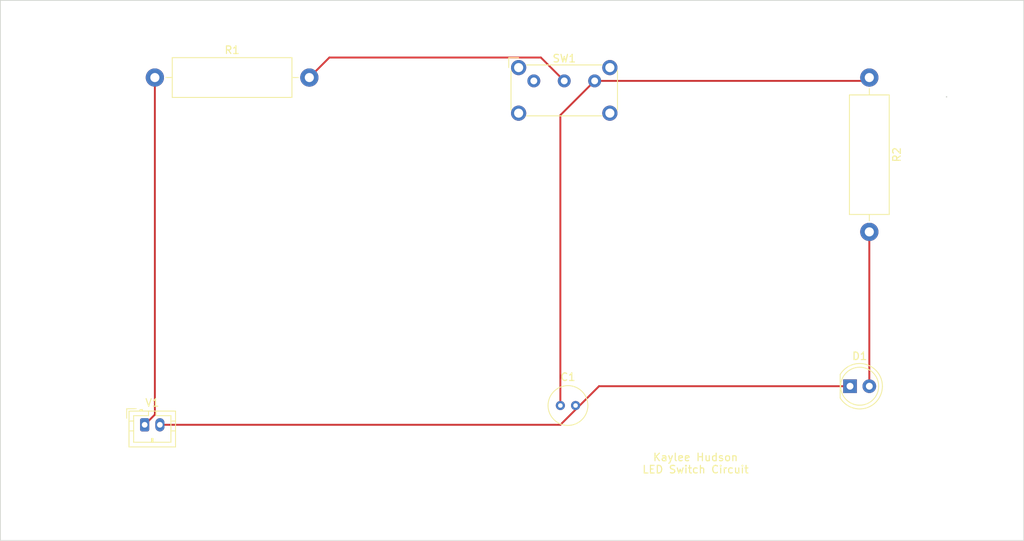
<source format=kicad_pcb>
(kicad_pcb (version 20211014) (generator pcbnew)
  (layers (0 "F.Cu" signal) (31 "B.Cu" signal) (34 "B.Paste" user) (35 "F.Paste" user) (36 "B.SilkS" user "B.Silkscreen") (37 "F.SilkS" user "F.Silkscreen") (38 "B.Mask" user) (39 "F.Mask" user) (44 "Edge.Cuts" user))
  (net 0 "")
  (net 1 "Net-(C1-Pad1)")
  (net 2 "Net-(C1-Pad2)")
  (net 3 "Net-(D1-Pad2)")
  (net 4 "Net-(R1-Pad1)")
  (net 5 "Net-(R1-Pad2)")
  (footprint "Resistor_THT:R_Axial_DIN0516_L15.5mm_D5.0mm_P20.32mm_Horizontal" (layer "F.Cu") (at 187.96 43.18 -90)
    (fp_text reference "R2" (at 10.16 -3.62 90) (layer "F.SilkS"))
    (fp_text value "20 kΩ")
    (fp_line (start 18.88 0) (end 18.03 0) (layer "F.SilkS") (width 0.12))
    (fp_line (start 18.03 2.62) (end 18.03 -2.62) (layer "F.SilkS") (width 0.12))
    (fp_line (start 2.29 -2.62) (end 2.29 2.62) (layer "F.SilkS") (width 0.12))
    (fp_line (start 18.03 -2.62) (end 2.29 -2.62) (layer "F.SilkS") (width 0.12))
    (fp_line (start 1.44 0) (end 2.29 0) (layer "F.SilkS") (width 0.12))
    (fp_line (start 2.29 2.62) (end 18.03 2.62) (layer "F.SilkS") (width 0.12))
    (pad "1" thru_hole circle (at 0 0 270) (size 2.4 2.4) (drill 1.2) (layers *.Cu *.Mask) (net 1 "Net-(C1-Pad1)"))
    (pad "2" thru_hole oval (at 20.32 0 270) (size 2.4 2.4) (drill 1.2) (layers *.Cu *.Mask) (net 3 "Net-(D1-Pad2)"))
  )
  (footprint "Button_Switch_THT:SW_E-Switch_EG1224_SPDT_Angled" (layer "F.Cu") (at 143.83 43.62)
    (fp_text reference "SW1" (at 4 -2.95) (layer "F.SilkS"))
    (fp_text value "SW_SPDT")
    (fp_line (start -3.3 -3.05) (end -2 -3.05) (layer "F.SilkS") (width 0.12))
    (fp_line (start -0.95 -2.1) (end 8.95 -2.1) (layer "F.SilkS") (width 0.12))
    (fp_line (start -3.3 -1.75) (end -3.3 -3.05) (layer "F.SilkS") (width 0.12))
    (fp_line (start 11 -1.35) (end 11 3.85) (layer "F.SilkS") (width 0.12))
    (fp_line (start -3 3.85) (end -3 -1.35) (layer "F.SilkS") (width 0.12))
    (fp_line (start 8.95 4.6) (end -0.95 4.6) (layer "F.SilkS") (width 0.12))
    (pad "" thru_hole circle (at 10 4.25) (size 2 2) (drill 1.2) (layers *.Cu *.Mask))
    (pad "" thru_hole circle (at -2 4.25) (size 2 2) (drill 1.2) (layers *.Cu *.Mask))
    (pad "" thru_hole circle (at 10 -1.75) (size 2 2) (drill 1.2) (layers *.Cu *.Mask))
    (pad "" thru_hole circle (at -2 -1.75) (size 2 2) (drill 1.2) (layers *.Cu *.Mask))
    (pad "1" thru_hole circle (at 0 0) (size 1.7 1.7) (drill 0.9) (layers *.Cu *.Mask))
    (pad "2" thru_hole circle (at 4 0) (size 1.7 1.7) (drill 0.9) (layers *.Cu *.Mask) (net 5 "Net-(R1-Pad2)"))
    (pad "3" thru_hole circle (at 8 0) (size 1.7 1.7) (drill 0.9) (layers *.Cu *.Mask) (net 1 "Net-(C1-Pad1)"))
  )
  (footprint "LED_THT:LED_D5.0mm" (layer "F.Cu") (at 185.42 83.82)
    (fp_text reference "D1" (at 1.27 -3.96) (layer "F.SilkS"))
    (fp_text value "LED")
    (fp_line (start -1.29 -1.545) (end -1.29 1.545) (layer "F.SilkS") (width 0.12))
    (fp_arc (start -1.29 -1.54483) (mid 2.072002 -2.880433) (end 4.26 0.000462) (layer "F.SilkS") (width 0.12))
    (fp_arc (start 4.26 -0.000462) (mid 2.072002 2.880433) (end -1.29 1.54483) (layer "F.SilkS") (width 0.12))
    (fp_circle (center 1.27 0) (end 3.77 0) (layer "F.SilkS") (width 0.12) (fill none))
    (pad "1" thru_hole rect (at 0 0) (size 1.8 1.8) (drill 0.9) (layers *.Cu *.Mask) (net 2 "Net-(C1-Pad2)"))
    (pad "2" thru_hole circle (at 2.54 0) (size 1.8 1.8) (drill 0.9) (layers *.Cu *.Mask) (net 3 "Net-(D1-Pad2)"))
  )
  (footprint "Resistor_THT:R_Axial_DIN0516_L15.5mm_D5.0mm_P20.32mm_Horizontal" (layer "F.Cu") (at 93.98 43.18)
    (fp_text reference "R1" (at 10.16 -3.62) (layer "F.SilkS"))
    (fp_text value "2.2 kΩ")
    (fp_line (start 18.88 0) (end 18.03 0) (layer "F.SilkS") (width 0.12))
    (fp_line (start 1.44 0) (end 2.29 0) (layer "F.SilkS") (width 0.12))
    (fp_line (start 18.03 -2.62) (end 2.29 -2.62) (layer "F.SilkS") (width 0.12))
    (fp_line (start 2.29 2.62) (end 18.03 2.62) (layer "F.SilkS") (width 0.12))
    (fp_line (start 2.29 -2.62) (end 2.29 2.62) (layer "F.SilkS") (width 0.12))
    (fp_line (start 18.03 2.62) (end 18.03 -2.62) (layer "F.SilkS") (width 0.12))
    (pad "1" thru_hole circle (at 0 0) (size 2.4 2.4) (drill 1.2) (layers *.Cu *.Mask) (net 4 "Net-(R1-Pad1)"))
    (pad "2" thru_hole oval (at 20.32 0) (size 2.4 2.4) (drill 1.2) (layers *.Cu *.Mask) (net 5 "Net-(R1-Pad2)"))
  )
  (footprint "Connector_JST:JST_PH_B2B-PH-K_1x02_P2.00mm_Vertical" (layer "F.Cu") (at 92.64 88.9)
    (fp_text reference "V1" (at 1 -2.9) (layer "F.SilkS"))
    (fp_text value "9V")
    (fp_line (start 3.45 2.3) (end 3.45 -1.2) (layer "F.SilkS") (width 0.12))
    (fp_line (start -2.06 -0.5) (end -1.45 -0.5) (layer "F.SilkS") (width 0.12))
    (fp_line (start -2.06 2.91) (end 4.06 2.91) (layer "F.SilkS") (width 0.12))
    (fp_line (start -0.6 -2.01) (end -0.6 -1.81) (layer "F.SilkS") (width 0.12))
    (fp_line (start 0.5 -1.2) (end -1.45 -1.2) (layer "F.SilkS") (width 0.12))
    (fp_line (start 4.06 0.8) (end 3.45 0.8) (layer "F.SilkS") (width 0.12))
    (fp_line (start -2.06 0.8) (end -1.45 0.8) (layer "F.SilkS") (width 0.12))
    (fp_line (start 4.06 -0.5) (end 3.45 -0.5) (layer "F.SilkS") (width 0.12))
    (fp_line (start 0.9 2.3) (end 0.9 1.8) (layer "F.SilkS") (width 0.12))
    (fp_line (start -0.3 -2.01) (end -0.6 -2.01) (layer "F.SilkS") (width 0.12))
    (fp_line (start 3.45 -1.2) (end 1.5 -1.2) (layer "F.SilkS") (width 0.12))
    (fp_line (start -2.36 -2.11) (end -2.36 -0.86) (layer "F.SilkS") (width 0.12))
    (fp_line (start 1.1 1.8) (end 1.1 2.3) (layer "F.SilkS") (width 0.12))
    (fp_line (start -0.3 -1.91) (end -0.6 -1.91) (layer "F.SilkS") (width 0.12))
    (fp_line (start 1 2.3) (end 1 1.8) (layer "F.SilkS") (width 0.12))
    (fp_line (start 0.5 -1.81) (end 0.5 -1.2) (layer "F.SilkS") (width 0.12))
    (fp_line (start -0.3 -1.81) (end -0.3 -2.01) (layer "F.SilkS") (width 0.12))
    (fp_line (start 0.9 1.8) (end 1.1 1.8) (layer "F.SilkS") (width 0.12))
    (fp_line (start 1.5 -1.2) (end 1.5 -1.81) (layer "F.SilkS") (width 0.12))
    (fp_line (start 4.06 -1.81) (end -2.06 -1.81) (layer "F.SilkS") (width 0.12))
    (fp_line (start -2.06 -1.81) (end -2.06 2.91) (layer "F.SilkS") (width 0.12))
    (fp_line (start -1.11 -2.11) (end -2.36 -2.11) (layer "F.SilkS") (width 0.12))
    (fp_line (start 4.06 2.91) (end 4.06 -1.81) (layer "F.SilkS") (width 0.12))
    (fp_line (start -1.45 -1.2) (end -1.45 2.3) (layer "F.SilkS") (width 0.12))
    (fp_line (start -1.45 2.3) (end 3.45 2.3) (layer "F.SilkS") (width 0.12))
    (pad "1" thru_hole roundrect (at 0 0) (size 1.2 1.75) (drill 0.75) (layers *.Cu *.Mask) (roundrect_rratio 0.2083333333) (net 4 "Net-(R1-Pad1)"))
    (pad "2" thru_hole oval (at 2 0) (size 1.2 1.75) (drill 0.75) (layers *.Cu *.Mask) (net 2 "Net-(C1-Pad2)"))
  )
  (footprint "Capacitor_THT:C_Radial_D5.0mm_H5.0mm_P2.00mm" (layer "F.Cu") (at 147.32 86.36)
    (fp_text reference "C1" (at 1 -3.75) (layer "F.SilkS"))
    (fp_text value "4.7 µm")
    (fp_circle (center 1 0) (end 3.62 0) (layer "F.SilkS") (width 0.12) (fill none))
    (pad "1" thru_hole circle (at 0 0) (size 1.2 1.2) (drill 0.6) (layers *.Cu *.Mask) (net 1 "Net-(C1-Pad1)"))
    (pad "2" thru_hole circle (at 2 0) (size 1.2 1.2) (drill 0.6) (layers *.Cu *.Mask) (net 2 "Net-(C1-Pad2)"))
  )
  (gr_rect (start 73.66 33.02) (end 208.28 104.14) (layer "Edge.Cuts") (width 0.1) (fill none))
  (gr_circle (center 198.12 45.72) (end 198.12 45.72) (layer "Edge.Cuts") (width 0.1) (fill none))
  (gr_text "Kaylee Hudson\nLED Switch Circuit" (at 165.1 93.98) (layer "F.SilkS") (effects (font (size 1 1))))
  (segment (start 151.83 43.62) (end 187.52 43.62) (width 0.25) (layer "F.Cu") (net 1))
  (segment (start 147.32 86.36) (end 147.32 48.13) (width 0.25) (layer "F.Cu") (net 1))
  (segment (start 187.52 43.62) (end 187.96 43.18) (width 0.25) (layer "F.Cu") (net 1))
  (segment (start 147.32 48.13) (end 151.83 43.62) (width 0.25) (layer "F.Cu") (net 1))
  (segment (start 94.64 88.9) (end 147.32 88.9) (width 0.25) (layer "F.Cu") (net 2))
  (segment (start 147.32 88.9) (end 152.4 83.82) (width 0.25) (layer "F.Cu") (net 2))
  (segment (start 152.4 83.82) (end 185.42 83.82) (width 0.25) (layer "F.Cu") (net 2))
  (segment (start 187.96 63.5) (end 187.96 83.82) (width 0.25) (layer "F.Cu") (net 3))
  (segment (start 93.98 87.56) (end 93.98 43.18) (width 0.25) (layer "F.Cu") (net 4))
  (segment (start 92.64 88.9) (end 93.98 87.56) (width 0.25) (layer "F.Cu") (net 4))
  (segment (start 114.3 43.18) (end 116.935 40.545) (width 0.25) (layer "F.Cu") (net 5))
  (segment (start 144.755 40.545) (end 147.83 43.62) (width 0.25) (layer "F.Cu") (net 5))
  (segment (start 116.935 40.545) (end 144.755 40.545) (width 0.25) (layer "F.Cu") (net 5))
)
</source>
